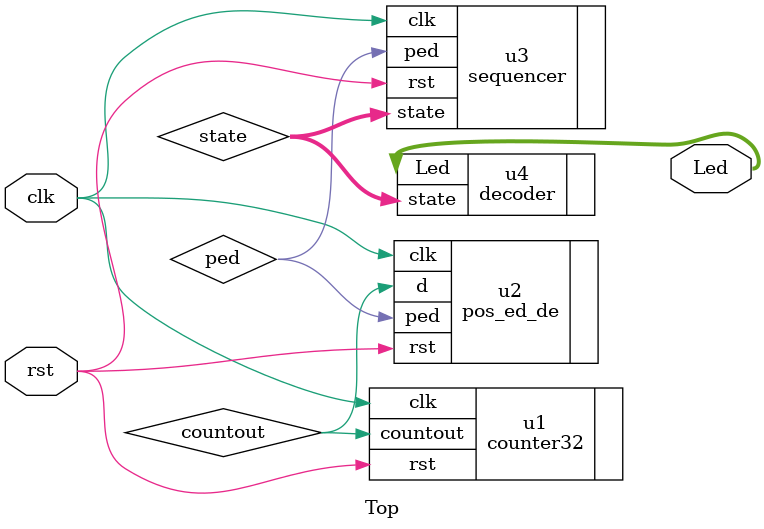
<source format=v>

`timescale 1ns / 1ps

module Top(input clk,input rst,output [7:0] Led);
wire [2:0] state;

//counter
counter32 u1 (.clk (clk),.rst (rst),.countout (countout));
		
//pos _edge _detect
pos_ed_de u2(.clk (clk),.rst (rst),.d   (countout),.ped (ped));
		
//sequencer
sequencer u3(.clk(clk),.rst(rst),.ped(ped),.state(state));

//decoder
decoder u4(.state(state),.Led(Led));
	
endmodule

</source>
